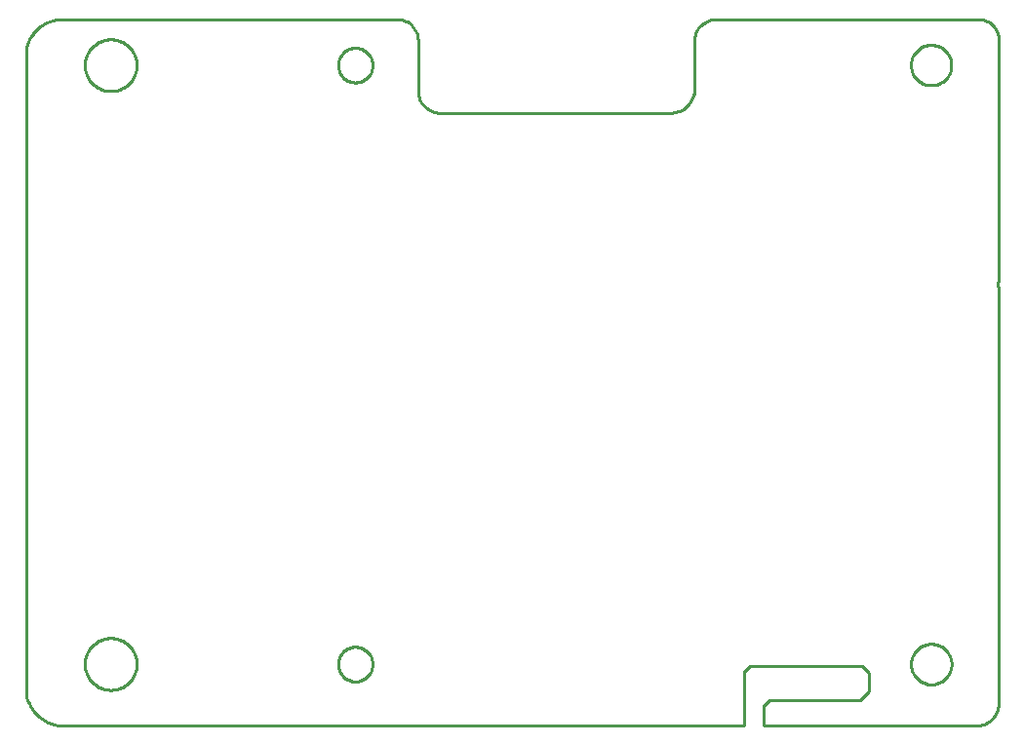
<source format=gko>
G04 EAGLE Gerber RS-274X export*
G75*
%MOMM*%
%FSLAX34Y34*%
%LPD*%
%INBoard Outline*%
%IPPOS*%
%AMOC8*
5,1,8,0,0,1.08239X$1,22.5*%
G01*
%ADD10C,0.000000*%
%ADD11C,0.152400*%
%ADD12C,0.254000*%


D10*
X138790Y659892D02*
X138797Y660444D01*
X138817Y660996D01*
X138851Y661547D01*
X138898Y662097D01*
X138959Y662646D01*
X139034Y663193D01*
X139121Y663739D01*
X139222Y664282D01*
X139337Y664822D01*
X139464Y665359D01*
X139605Y665893D01*
X139759Y666423D01*
X139926Y666950D01*
X140105Y667472D01*
X140298Y667990D01*
X140503Y668502D01*
X140720Y669010D01*
X140950Y669512D01*
X141192Y670008D01*
X141447Y670498D01*
X141713Y670982D01*
X141991Y671459D01*
X142281Y671929D01*
X142582Y672392D01*
X142894Y672848D01*
X143218Y673295D01*
X143552Y673735D01*
X143897Y674166D01*
X144253Y674588D01*
X144619Y675002D01*
X144994Y675407D01*
X145380Y675802D01*
X145775Y676188D01*
X146180Y676563D01*
X146594Y676929D01*
X147016Y677285D01*
X147447Y677630D01*
X147887Y677964D01*
X148334Y678288D01*
X148790Y678600D01*
X149253Y678901D01*
X149723Y679191D01*
X150200Y679469D01*
X150684Y679735D01*
X151174Y679990D01*
X151670Y680232D01*
X152172Y680462D01*
X152680Y680679D01*
X153192Y680884D01*
X153710Y681077D01*
X154232Y681256D01*
X154759Y681423D01*
X155289Y681577D01*
X155823Y681718D01*
X156360Y681845D01*
X156900Y681960D01*
X157443Y682061D01*
X157989Y682148D01*
X158536Y682223D01*
X159085Y682284D01*
X159635Y682331D01*
X160186Y682365D01*
X160738Y682385D01*
X161290Y682392D01*
X161842Y682385D01*
X162394Y682365D01*
X162945Y682331D01*
X163495Y682284D01*
X164044Y682223D01*
X164591Y682148D01*
X165137Y682061D01*
X165680Y681960D01*
X166220Y681845D01*
X166757Y681718D01*
X167291Y681577D01*
X167821Y681423D01*
X168348Y681256D01*
X168870Y681077D01*
X169388Y680884D01*
X169900Y680679D01*
X170408Y680462D01*
X170910Y680232D01*
X171406Y679990D01*
X171896Y679735D01*
X172380Y679469D01*
X172857Y679191D01*
X173327Y678901D01*
X173790Y678600D01*
X174246Y678288D01*
X174693Y677964D01*
X175133Y677630D01*
X175564Y677285D01*
X175986Y676929D01*
X176400Y676563D01*
X176805Y676188D01*
X177200Y675802D01*
X177586Y675407D01*
X177961Y675002D01*
X178327Y674588D01*
X178683Y674166D01*
X179028Y673735D01*
X179362Y673295D01*
X179686Y672848D01*
X179998Y672392D01*
X180299Y671929D01*
X180589Y671459D01*
X180867Y670982D01*
X181133Y670498D01*
X181388Y670008D01*
X181630Y669512D01*
X181860Y669010D01*
X182077Y668502D01*
X182282Y667990D01*
X182475Y667472D01*
X182654Y666950D01*
X182821Y666423D01*
X182975Y665893D01*
X183116Y665359D01*
X183243Y664822D01*
X183358Y664282D01*
X183459Y663739D01*
X183546Y663193D01*
X183621Y662646D01*
X183682Y662097D01*
X183729Y661547D01*
X183763Y660996D01*
X183783Y660444D01*
X183790Y659892D01*
X183783Y659340D01*
X183763Y658788D01*
X183729Y658237D01*
X183682Y657687D01*
X183621Y657138D01*
X183546Y656591D01*
X183459Y656045D01*
X183358Y655502D01*
X183243Y654962D01*
X183116Y654425D01*
X182975Y653891D01*
X182821Y653361D01*
X182654Y652834D01*
X182475Y652312D01*
X182282Y651794D01*
X182077Y651282D01*
X181860Y650774D01*
X181630Y650272D01*
X181388Y649776D01*
X181133Y649286D01*
X180867Y648802D01*
X180589Y648325D01*
X180299Y647855D01*
X179998Y647392D01*
X179686Y646936D01*
X179362Y646489D01*
X179028Y646049D01*
X178683Y645618D01*
X178327Y645196D01*
X177961Y644782D01*
X177586Y644377D01*
X177200Y643982D01*
X176805Y643596D01*
X176400Y643221D01*
X175986Y642855D01*
X175564Y642499D01*
X175133Y642154D01*
X174693Y641820D01*
X174246Y641496D01*
X173790Y641184D01*
X173327Y640883D01*
X172857Y640593D01*
X172380Y640315D01*
X171896Y640049D01*
X171406Y639794D01*
X170910Y639552D01*
X170408Y639322D01*
X169900Y639105D01*
X169388Y638900D01*
X168870Y638707D01*
X168348Y638528D01*
X167821Y638361D01*
X167291Y638207D01*
X166757Y638066D01*
X166220Y637939D01*
X165680Y637824D01*
X165137Y637723D01*
X164591Y637636D01*
X164044Y637561D01*
X163495Y637500D01*
X162945Y637453D01*
X162394Y637419D01*
X161842Y637399D01*
X161290Y637392D01*
X160738Y637399D01*
X160186Y637419D01*
X159635Y637453D01*
X159085Y637500D01*
X158536Y637561D01*
X157989Y637636D01*
X157443Y637723D01*
X156900Y637824D01*
X156360Y637939D01*
X155823Y638066D01*
X155289Y638207D01*
X154759Y638361D01*
X154232Y638528D01*
X153710Y638707D01*
X153192Y638900D01*
X152680Y639105D01*
X152172Y639322D01*
X151670Y639552D01*
X151174Y639794D01*
X150684Y640049D01*
X150200Y640315D01*
X149723Y640593D01*
X149253Y640883D01*
X148790Y641184D01*
X148334Y641496D01*
X147887Y641820D01*
X147447Y642154D01*
X147016Y642499D01*
X146594Y642855D01*
X146180Y643221D01*
X145775Y643596D01*
X145380Y643982D01*
X144994Y644377D01*
X144619Y644782D01*
X144253Y645196D01*
X143897Y645618D01*
X143552Y646049D01*
X143218Y646489D01*
X142894Y646936D01*
X142582Y647392D01*
X142281Y647855D01*
X141991Y648325D01*
X141713Y648802D01*
X141447Y649286D01*
X141192Y649776D01*
X140950Y650272D01*
X140720Y650774D01*
X140503Y651282D01*
X140298Y651794D01*
X140105Y652312D01*
X139926Y652834D01*
X139759Y653361D01*
X139605Y653891D01*
X139464Y654425D01*
X139337Y654962D01*
X139222Y655502D01*
X139121Y656045D01*
X139034Y656591D01*
X138959Y657138D01*
X138898Y657687D01*
X138851Y658237D01*
X138817Y658788D01*
X138797Y659340D01*
X138790Y659892D01*
X138790Y139954D02*
X138797Y140506D01*
X138817Y141058D01*
X138851Y141609D01*
X138898Y142159D01*
X138959Y142708D01*
X139034Y143255D01*
X139121Y143801D01*
X139222Y144344D01*
X139337Y144884D01*
X139464Y145421D01*
X139605Y145955D01*
X139759Y146485D01*
X139926Y147012D01*
X140105Y147534D01*
X140298Y148052D01*
X140503Y148564D01*
X140720Y149072D01*
X140950Y149574D01*
X141192Y150070D01*
X141447Y150560D01*
X141713Y151044D01*
X141991Y151521D01*
X142281Y151991D01*
X142582Y152454D01*
X142894Y152910D01*
X143218Y153357D01*
X143552Y153797D01*
X143897Y154228D01*
X144253Y154650D01*
X144619Y155064D01*
X144994Y155469D01*
X145380Y155864D01*
X145775Y156250D01*
X146180Y156625D01*
X146594Y156991D01*
X147016Y157347D01*
X147447Y157692D01*
X147887Y158026D01*
X148334Y158350D01*
X148790Y158662D01*
X149253Y158963D01*
X149723Y159253D01*
X150200Y159531D01*
X150684Y159797D01*
X151174Y160052D01*
X151670Y160294D01*
X152172Y160524D01*
X152680Y160741D01*
X153192Y160946D01*
X153710Y161139D01*
X154232Y161318D01*
X154759Y161485D01*
X155289Y161639D01*
X155823Y161780D01*
X156360Y161907D01*
X156900Y162022D01*
X157443Y162123D01*
X157989Y162210D01*
X158536Y162285D01*
X159085Y162346D01*
X159635Y162393D01*
X160186Y162427D01*
X160738Y162447D01*
X161290Y162454D01*
X161842Y162447D01*
X162394Y162427D01*
X162945Y162393D01*
X163495Y162346D01*
X164044Y162285D01*
X164591Y162210D01*
X165137Y162123D01*
X165680Y162022D01*
X166220Y161907D01*
X166757Y161780D01*
X167291Y161639D01*
X167821Y161485D01*
X168348Y161318D01*
X168870Y161139D01*
X169388Y160946D01*
X169900Y160741D01*
X170408Y160524D01*
X170910Y160294D01*
X171406Y160052D01*
X171896Y159797D01*
X172380Y159531D01*
X172857Y159253D01*
X173327Y158963D01*
X173790Y158662D01*
X174246Y158350D01*
X174693Y158026D01*
X175133Y157692D01*
X175564Y157347D01*
X175986Y156991D01*
X176400Y156625D01*
X176805Y156250D01*
X177200Y155864D01*
X177586Y155469D01*
X177961Y155064D01*
X178327Y154650D01*
X178683Y154228D01*
X179028Y153797D01*
X179362Y153357D01*
X179686Y152910D01*
X179998Y152454D01*
X180299Y151991D01*
X180589Y151521D01*
X180867Y151044D01*
X181133Y150560D01*
X181388Y150070D01*
X181630Y149574D01*
X181860Y149072D01*
X182077Y148564D01*
X182282Y148052D01*
X182475Y147534D01*
X182654Y147012D01*
X182821Y146485D01*
X182975Y145955D01*
X183116Y145421D01*
X183243Y144884D01*
X183358Y144344D01*
X183459Y143801D01*
X183546Y143255D01*
X183621Y142708D01*
X183682Y142159D01*
X183729Y141609D01*
X183763Y141058D01*
X183783Y140506D01*
X183790Y139954D01*
X183783Y139402D01*
X183763Y138850D01*
X183729Y138299D01*
X183682Y137749D01*
X183621Y137200D01*
X183546Y136653D01*
X183459Y136107D01*
X183358Y135564D01*
X183243Y135024D01*
X183116Y134487D01*
X182975Y133953D01*
X182821Y133423D01*
X182654Y132896D01*
X182475Y132374D01*
X182282Y131856D01*
X182077Y131344D01*
X181860Y130836D01*
X181630Y130334D01*
X181388Y129838D01*
X181133Y129348D01*
X180867Y128864D01*
X180589Y128387D01*
X180299Y127917D01*
X179998Y127454D01*
X179686Y126998D01*
X179362Y126551D01*
X179028Y126111D01*
X178683Y125680D01*
X178327Y125258D01*
X177961Y124844D01*
X177586Y124439D01*
X177200Y124044D01*
X176805Y123658D01*
X176400Y123283D01*
X175986Y122917D01*
X175564Y122561D01*
X175133Y122216D01*
X174693Y121882D01*
X174246Y121558D01*
X173790Y121246D01*
X173327Y120945D01*
X172857Y120655D01*
X172380Y120377D01*
X171896Y120111D01*
X171406Y119856D01*
X170910Y119614D01*
X170408Y119384D01*
X169900Y119167D01*
X169388Y118962D01*
X168870Y118769D01*
X168348Y118590D01*
X167821Y118423D01*
X167291Y118269D01*
X166757Y118128D01*
X166220Y118001D01*
X165680Y117886D01*
X165137Y117785D01*
X164591Y117698D01*
X164044Y117623D01*
X163495Y117562D01*
X162945Y117515D01*
X162394Y117481D01*
X161842Y117461D01*
X161290Y117454D01*
X160738Y117461D01*
X160186Y117481D01*
X159635Y117515D01*
X159085Y117562D01*
X158536Y117623D01*
X157989Y117698D01*
X157443Y117785D01*
X156900Y117886D01*
X156360Y118001D01*
X155823Y118128D01*
X155289Y118269D01*
X154759Y118423D01*
X154232Y118590D01*
X153710Y118769D01*
X153192Y118962D01*
X152680Y119167D01*
X152172Y119384D01*
X151670Y119614D01*
X151174Y119856D01*
X150684Y120111D01*
X150200Y120377D01*
X149723Y120655D01*
X149253Y120945D01*
X148790Y121246D01*
X148334Y121558D01*
X147887Y121882D01*
X147447Y122216D01*
X147016Y122561D01*
X146594Y122917D01*
X146180Y123283D01*
X145775Y123658D01*
X145380Y124044D01*
X144994Y124439D01*
X144619Y124844D01*
X144253Y125258D01*
X143897Y125680D01*
X143552Y126111D01*
X143218Y126551D01*
X142894Y126998D01*
X142582Y127454D01*
X142281Y127917D01*
X141991Y128387D01*
X141713Y128864D01*
X141447Y129348D01*
X141192Y129838D01*
X140950Y130334D01*
X140720Y130836D01*
X140503Y131344D01*
X140298Y131856D01*
X140105Y132374D01*
X139926Y132896D01*
X139759Y133423D01*
X139605Y133953D01*
X139464Y134487D01*
X139337Y135024D01*
X139222Y135564D01*
X139121Y136107D01*
X139034Y136653D01*
X138959Y137200D01*
X138898Y137749D01*
X138851Y138299D01*
X138817Y138850D01*
X138797Y139402D01*
X138790Y139954D01*
X856086Y139827D02*
X856091Y140258D01*
X856107Y140688D01*
X856134Y141118D01*
X856170Y141547D01*
X856218Y141975D01*
X856276Y142402D01*
X856344Y142827D01*
X856423Y143250D01*
X856512Y143672D01*
X856612Y144091D01*
X856722Y144507D01*
X856842Y144921D01*
X856972Y145331D01*
X857112Y145738D01*
X857262Y146142D01*
X857422Y146542D01*
X857591Y146938D01*
X857771Y147329D01*
X857960Y147716D01*
X858158Y148099D01*
X858366Y148476D01*
X858582Y148848D01*
X858808Y149215D01*
X859043Y149576D01*
X859287Y149931D01*
X859539Y150280D01*
X859800Y150622D01*
X860069Y150959D01*
X860346Y151288D01*
X860632Y151611D01*
X860925Y151926D01*
X861225Y152235D01*
X861534Y152535D01*
X861849Y152828D01*
X862172Y153114D01*
X862501Y153391D01*
X862838Y153660D01*
X863180Y153921D01*
X863529Y154173D01*
X863884Y154417D01*
X864245Y154652D01*
X864612Y154878D01*
X864984Y155094D01*
X865361Y155302D01*
X865744Y155500D01*
X866131Y155689D01*
X866522Y155869D01*
X866918Y156038D01*
X867318Y156198D01*
X867722Y156348D01*
X868129Y156488D01*
X868539Y156618D01*
X868953Y156738D01*
X869369Y156848D01*
X869788Y156948D01*
X870210Y157037D01*
X870633Y157116D01*
X871058Y157184D01*
X871485Y157242D01*
X871913Y157290D01*
X872342Y157326D01*
X872772Y157353D01*
X873202Y157369D01*
X873633Y157374D01*
X874064Y157369D01*
X874494Y157353D01*
X874924Y157326D01*
X875353Y157290D01*
X875781Y157242D01*
X876208Y157184D01*
X876633Y157116D01*
X877056Y157037D01*
X877478Y156948D01*
X877897Y156848D01*
X878313Y156738D01*
X878727Y156618D01*
X879137Y156488D01*
X879544Y156348D01*
X879948Y156198D01*
X880348Y156038D01*
X880744Y155869D01*
X881135Y155689D01*
X881522Y155500D01*
X881905Y155302D01*
X882282Y155094D01*
X882654Y154878D01*
X883021Y154652D01*
X883382Y154417D01*
X883737Y154173D01*
X884086Y153921D01*
X884428Y153660D01*
X884765Y153391D01*
X885094Y153114D01*
X885417Y152828D01*
X885732Y152535D01*
X886041Y152235D01*
X886341Y151926D01*
X886634Y151611D01*
X886920Y151288D01*
X887197Y150959D01*
X887466Y150622D01*
X887727Y150280D01*
X887979Y149931D01*
X888223Y149576D01*
X888458Y149215D01*
X888684Y148848D01*
X888900Y148476D01*
X889108Y148099D01*
X889306Y147716D01*
X889495Y147329D01*
X889675Y146938D01*
X889844Y146542D01*
X890004Y146142D01*
X890154Y145738D01*
X890294Y145331D01*
X890424Y144921D01*
X890544Y144507D01*
X890654Y144091D01*
X890754Y143672D01*
X890843Y143250D01*
X890922Y142827D01*
X890990Y142402D01*
X891048Y141975D01*
X891096Y141547D01*
X891132Y141118D01*
X891159Y140688D01*
X891175Y140258D01*
X891180Y139827D01*
X891175Y139396D01*
X891159Y138966D01*
X891132Y138536D01*
X891096Y138107D01*
X891048Y137679D01*
X890990Y137252D01*
X890922Y136827D01*
X890843Y136404D01*
X890754Y135982D01*
X890654Y135563D01*
X890544Y135147D01*
X890424Y134733D01*
X890294Y134323D01*
X890154Y133916D01*
X890004Y133512D01*
X889844Y133112D01*
X889675Y132716D01*
X889495Y132325D01*
X889306Y131938D01*
X889108Y131555D01*
X888900Y131178D01*
X888684Y130806D01*
X888458Y130439D01*
X888223Y130078D01*
X887979Y129723D01*
X887727Y129374D01*
X887466Y129032D01*
X887197Y128695D01*
X886920Y128366D01*
X886634Y128043D01*
X886341Y127728D01*
X886041Y127419D01*
X885732Y127119D01*
X885417Y126826D01*
X885094Y126540D01*
X884765Y126263D01*
X884428Y125994D01*
X884086Y125733D01*
X883737Y125481D01*
X883382Y125237D01*
X883021Y125002D01*
X882654Y124776D01*
X882282Y124560D01*
X881905Y124352D01*
X881522Y124154D01*
X881135Y123965D01*
X880744Y123785D01*
X880348Y123616D01*
X879948Y123456D01*
X879544Y123306D01*
X879137Y123166D01*
X878727Y123036D01*
X878313Y122916D01*
X877897Y122806D01*
X877478Y122706D01*
X877056Y122617D01*
X876633Y122538D01*
X876208Y122470D01*
X875781Y122412D01*
X875353Y122364D01*
X874924Y122328D01*
X874494Y122301D01*
X874064Y122285D01*
X873633Y122280D01*
X873202Y122285D01*
X872772Y122301D01*
X872342Y122328D01*
X871913Y122364D01*
X871485Y122412D01*
X871058Y122470D01*
X870633Y122538D01*
X870210Y122617D01*
X869788Y122706D01*
X869369Y122806D01*
X868953Y122916D01*
X868539Y123036D01*
X868129Y123166D01*
X867722Y123306D01*
X867318Y123456D01*
X866918Y123616D01*
X866522Y123785D01*
X866131Y123965D01*
X865744Y124154D01*
X865361Y124352D01*
X864984Y124560D01*
X864612Y124776D01*
X864245Y125002D01*
X863884Y125237D01*
X863529Y125481D01*
X863180Y125733D01*
X862838Y125994D01*
X862501Y126263D01*
X862172Y126540D01*
X861849Y126826D01*
X861534Y127119D01*
X861225Y127419D01*
X860925Y127728D01*
X860632Y128043D01*
X860346Y128366D01*
X860069Y128695D01*
X859800Y129032D01*
X859539Y129374D01*
X859287Y129723D01*
X859043Y130078D01*
X858808Y130439D01*
X858582Y130806D01*
X858366Y131178D01*
X858158Y131555D01*
X857960Y131938D01*
X857771Y132325D01*
X857591Y132716D01*
X857422Y133112D01*
X857262Y133512D01*
X857112Y133916D01*
X856972Y134323D01*
X856842Y134733D01*
X856722Y135147D01*
X856612Y135563D01*
X856512Y135982D01*
X856423Y136404D01*
X856344Y136827D01*
X856276Y137252D01*
X856218Y137679D01*
X856170Y138107D01*
X856134Y138536D01*
X856107Y138966D01*
X856091Y139396D01*
X856086Y139827D01*
X855959Y659943D02*
X855964Y660374D01*
X855980Y660804D01*
X856007Y661234D01*
X856043Y661663D01*
X856091Y662091D01*
X856149Y662518D01*
X856217Y662943D01*
X856296Y663366D01*
X856385Y663788D01*
X856485Y664207D01*
X856595Y664623D01*
X856715Y665037D01*
X856845Y665447D01*
X856985Y665854D01*
X857135Y666258D01*
X857295Y666658D01*
X857464Y667054D01*
X857644Y667445D01*
X857833Y667832D01*
X858031Y668215D01*
X858239Y668592D01*
X858455Y668964D01*
X858681Y669331D01*
X858916Y669692D01*
X859160Y670047D01*
X859412Y670396D01*
X859673Y670738D01*
X859942Y671075D01*
X860219Y671404D01*
X860505Y671727D01*
X860798Y672042D01*
X861098Y672351D01*
X861407Y672651D01*
X861722Y672944D01*
X862045Y673230D01*
X862374Y673507D01*
X862711Y673776D01*
X863053Y674037D01*
X863402Y674289D01*
X863757Y674533D01*
X864118Y674768D01*
X864485Y674994D01*
X864857Y675210D01*
X865234Y675418D01*
X865617Y675616D01*
X866004Y675805D01*
X866395Y675985D01*
X866791Y676154D01*
X867191Y676314D01*
X867595Y676464D01*
X868002Y676604D01*
X868412Y676734D01*
X868826Y676854D01*
X869242Y676964D01*
X869661Y677064D01*
X870083Y677153D01*
X870506Y677232D01*
X870931Y677300D01*
X871358Y677358D01*
X871786Y677406D01*
X872215Y677442D01*
X872645Y677469D01*
X873075Y677485D01*
X873506Y677490D01*
X873937Y677485D01*
X874367Y677469D01*
X874797Y677442D01*
X875226Y677406D01*
X875654Y677358D01*
X876081Y677300D01*
X876506Y677232D01*
X876929Y677153D01*
X877351Y677064D01*
X877770Y676964D01*
X878186Y676854D01*
X878600Y676734D01*
X879010Y676604D01*
X879417Y676464D01*
X879821Y676314D01*
X880221Y676154D01*
X880617Y675985D01*
X881008Y675805D01*
X881395Y675616D01*
X881778Y675418D01*
X882155Y675210D01*
X882527Y674994D01*
X882894Y674768D01*
X883255Y674533D01*
X883610Y674289D01*
X883959Y674037D01*
X884301Y673776D01*
X884638Y673507D01*
X884967Y673230D01*
X885290Y672944D01*
X885605Y672651D01*
X885914Y672351D01*
X886214Y672042D01*
X886507Y671727D01*
X886793Y671404D01*
X887070Y671075D01*
X887339Y670738D01*
X887600Y670396D01*
X887852Y670047D01*
X888096Y669692D01*
X888331Y669331D01*
X888557Y668964D01*
X888773Y668592D01*
X888981Y668215D01*
X889179Y667832D01*
X889368Y667445D01*
X889548Y667054D01*
X889717Y666658D01*
X889877Y666258D01*
X890027Y665854D01*
X890167Y665447D01*
X890297Y665037D01*
X890417Y664623D01*
X890527Y664207D01*
X890627Y663788D01*
X890716Y663366D01*
X890795Y662943D01*
X890863Y662518D01*
X890921Y662091D01*
X890969Y661663D01*
X891005Y661234D01*
X891032Y660804D01*
X891048Y660374D01*
X891053Y659943D01*
X891048Y659512D01*
X891032Y659082D01*
X891005Y658652D01*
X890969Y658223D01*
X890921Y657795D01*
X890863Y657368D01*
X890795Y656943D01*
X890716Y656520D01*
X890627Y656098D01*
X890527Y655679D01*
X890417Y655263D01*
X890297Y654849D01*
X890167Y654439D01*
X890027Y654032D01*
X889877Y653628D01*
X889717Y653228D01*
X889548Y652832D01*
X889368Y652441D01*
X889179Y652054D01*
X888981Y651671D01*
X888773Y651294D01*
X888557Y650922D01*
X888331Y650555D01*
X888096Y650194D01*
X887852Y649839D01*
X887600Y649490D01*
X887339Y649148D01*
X887070Y648811D01*
X886793Y648482D01*
X886507Y648159D01*
X886214Y647844D01*
X885914Y647535D01*
X885605Y647235D01*
X885290Y646942D01*
X884967Y646656D01*
X884638Y646379D01*
X884301Y646110D01*
X883959Y645849D01*
X883610Y645597D01*
X883255Y645353D01*
X882894Y645118D01*
X882527Y644892D01*
X882155Y644676D01*
X881778Y644468D01*
X881395Y644270D01*
X881008Y644081D01*
X880617Y643901D01*
X880221Y643732D01*
X879821Y643572D01*
X879417Y643422D01*
X879010Y643282D01*
X878600Y643152D01*
X878186Y643032D01*
X877770Y642922D01*
X877351Y642822D01*
X876929Y642733D01*
X876506Y642654D01*
X876081Y642586D01*
X875654Y642528D01*
X875226Y642480D01*
X874797Y642444D01*
X874367Y642417D01*
X873937Y642401D01*
X873506Y642396D01*
X873075Y642401D01*
X872645Y642417D01*
X872215Y642444D01*
X871786Y642480D01*
X871358Y642528D01*
X870931Y642586D01*
X870506Y642654D01*
X870083Y642733D01*
X869661Y642822D01*
X869242Y642922D01*
X868826Y643032D01*
X868412Y643152D01*
X868002Y643282D01*
X867595Y643422D01*
X867191Y643572D01*
X866791Y643732D01*
X866395Y643901D01*
X866004Y644081D01*
X865617Y644270D01*
X865234Y644468D01*
X864857Y644676D01*
X864485Y644892D01*
X864118Y645118D01*
X863757Y645353D01*
X863402Y645597D01*
X863053Y645849D01*
X862711Y646110D01*
X862374Y646379D01*
X862045Y646656D01*
X861722Y646942D01*
X861407Y647235D01*
X861098Y647535D01*
X860798Y647844D01*
X860505Y648159D01*
X860219Y648482D01*
X859942Y648811D01*
X859673Y649148D01*
X859412Y649490D01*
X859160Y649839D01*
X858916Y650194D01*
X858681Y650555D01*
X858455Y650922D01*
X858239Y651294D01*
X858031Y651671D01*
X857833Y652054D01*
X857644Y652441D01*
X857464Y652832D01*
X857295Y653228D01*
X857135Y653628D01*
X856985Y654032D01*
X856845Y654439D01*
X856715Y654849D01*
X856595Y655263D01*
X856485Y655679D01*
X856385Y656098D01*
X856296Y656520D01*
X856217Y656943D01*
X856149Y657368D01*
X856091Y657795D01*
X856043Y658223D01*
X856007Y658652D01*
X855980Y659082D01*
X855964Y659512D01*
X855959Y659943D01*
X358634Y659892D02*
X358639Y660260D01*
X358652Y660628D01*
X358675Y660995D01*
X358706Y661362D01*
X358747Y661728D01*
X358796Y662093D01*
X358855Y662456D01*
X358922Y662818D01*
X358998Y663179D01*
X359084Y663537D01*
X359177Y663893D01*
X359280Y664246D01*
X359391Y664597D01*
X359511Y664945D01*
X359639Y665290D01*
X359776Y665632D01*
X359921Y665971D01*
X360074Y666305D01*
X360236Y666636D01*
X360405Y666963D01*
X360583Y667285D01*
X360768Y667604D01*
X360961Y667917D01*
X361162Y668226D01*
X361370Y668529D01*
X361586Y668827D01*
X361809Y669120D01*
X362039Y669408D01*
X362276Y669690D01*
X362520Y669965D01*
X362770Y670235D01*
X363027Y670499D01*
X363291Y670756D01*
X363561Y671006D01*
X363836Y671250D01*
X364118Y671487D01*
X364406Y671717D01*
X364699Y671940D01*
X364997Y672156D01*
X365300Y672364D01*
X365609Y672565D01*
X365922Y672758D01*
X366241Y672943D01*
X366563Y673121D01*
X366890Y673290D01*
X367221Y673452D01*
X367555Y673605D01*
X367894Y673750D01*
X368236Y673887D01*
X368581Y674015D01*
X368929Y674135D01*
X369280Y674246D01*
X369633Y674349D01*
X369989Y674442D01*
X370347Y674528D01*
X370708Y674604D01*
X371070Y674671D01*
X371433Y674730D01*
X371798Y674779D01*
X372164Y674820D01*
X372531Y674851D01*
X372898Y674874D01*
X373266Y674887D01*
X373634Y674892D01*
X374002Y674887D01*
X374370Y674874D01*
X374737Y674851D01*
X375104Y674820D01*
X375470Y674779D01*
X375835Y674730D01*
X376198Y674671D01*
X376560Y674604D01*
X376921Y674528D01*
X377279Y674442D01*
X377635Y674349D01*
X377988Y674246D01*
X378339Y674135D01*
X378687Y674015D01*
X379032Y673887D01*
X379374Y673750D01*
X379713Y673605D01*
X380047Y673452D01*
X380378Y673290D01*
X380705Y673121D01*
X381027Y672943D01*
X381346Y672758D01*
X381659Y672565D01*
X381968Y672364D01*
X382271Y672156D01*
X382569Y671940D01*
X382862Y671717D01*
X383150Y671487D01*
X383432Y671250D01*
X383707Y671006D01*
X383977Y670756D01*
X384241Y670499D01*
X384498Y670235D01*
X384748Y669965D01*
X384992Y669690D01*
X385229Y669408D01*
X385459Y669120D01*
X385682Y668827D01*
X385898Y668529D01*
X386106Y668226D01*
X386307Y667917D01*
X386500Y667604D01*
X386685Y667285D01*
X386863Y666963D01*
X387032Y666636D01*
X387194Y666305D01*
X387347Y665971D01*
X387492Y665632D01*
X387629Y665290D01*
X387757Y664945D01*
X387877Y664597D01*
X387988Y664246D01*
X388091Y663893D01*
X388184Y663537D01*
X388270Y663179D01*
X388346Y662818D01*
X388413Y662456D01*
X388472Y662093D01*
X388521Y661728D01*
X388562Y661362D01*
X388593Y660995D01*
X388616Y660628D01*
X388629Y660260D01*
X388634Y659892D01*
X388629Y659524D01*
X388616Y659156D01*
X388593Y658789D01*
X388562Y658422D01*
X388521Y658056D01*
X388472Y657691D01*
X388413Y657328D01*
X388346Y656966D01*
X388270Y656605D01*
X388184Y656247D01*
X388091Y655891D01*
X387988Y655538D01*
X387877Y655187D01*
X387757Y654839D01*
X387629Y654494D01*
X387492Y654152D01*
X387347Y653813D01*
X387194Y653479D01*
X387032Y653148D01*
X386863Y652821D01*
X386685Y652499D01*
X386500Y652180D01*
X386307Y651867D01*
X386106Y651558D01*
X385898Y651255D01*
X385682Y650957D01*
X385459Y650664D01*
X385229Y650376D01*
X384992Y650094D01*
X384748Y649819D01*
X384498Y649549D01*
X384241Y649285D01*
X383977Y649028D01*
X383707Y648778D01*
X383432Y648534D01*
X383150Y648297D01*
X382862Y648067D01*
X382569Y647844D01*
X382271Y647628D01*
X381968Y647420D01*
X381659Y647219D01*
X381346Y647026D01*
X381027Y646841D01*
X380705Y646663D01*
X380378Y646494D01*
X380047Y646332D01*
X379713Y646179D01*
X379374Y646034D01*
X379032Y645897D01*
X378687Y645769D01*
X378339Y645649D01*
X377988Y645538D01*
X377635Y645435D01*
X377279Y645342D01*
X376921Y645256D01*
X376560Y645180D01*
X376198Y645113D01*
X375835Y645054D01*
X375470Y645005D01*
X375104Y644964D01*
X374737Y644933D01*
X374370Y644910D01*
X374002Y644897D01*
X373634Y644892D01*
X373266Y644897D01*
X372898Y644910D01*
X372531Y644933D01*
X372164Y644964D01*
X371798Y645005D01*
X371433Y645054D01*
X371070Y645113D01*
X370708Y645180D01*
X370347Y645256D01*
X369989Y645342D01*
X369633Y645435D01*
X369280Y645538D01*
X368929Y645649D01*
X368581Y645769D01*
X368236Y645897D01*
X367894Y646034D01*
X367555Y646179D01*
X367221Y646332D01*
X366890Y646494D01*
X366563Y646663D01*
X366241Y646841D01*
X365922Y647026D01*
X365609Y647219D01*
X365300Y647420D01*
X364997Y647628D01*
X364699Y647844D01*
X364406Y648067D01*
X364118Y648297D01*
X363836Y648534D01*
X363561Y648778D01*
X363291Y649028D01*
X363027Y649285D01*
X362770Y649549D01*
X362520Y649819D01*
X362276Y650094D01*
X362039Y650376D01*
X361809Y650664D01*
X361586Y650957D01*
X361370Y651255D01*
X361162Y651558D01*
X360961Y651867D01*
X360768Y652180D01*
X360583Y652499D01*
X360405Y652821D01*
X360236Y653148D01*
X360074Y653479D01*
X359921Y653813D01*
X359776Y654152D01*
X359639Y654494D01*
X359511Y654839D01*
X359391Y655187D01*
X359280Y655538D01*
X359177Y655891D01*
X359084Y656247D01*
X358998Y656605D01*
X358922Y656966D01*
X358855Y657328D01*
X358796Y657691D01*
X358747Y658056D01*
X358706Y658422D01*
X358675Y658789D01*
X358652Y659156D01*
X358639Y659524D01*
X358634Y659892D01*
X358634Y139827D02*
X358639Y140195D01*
X358652Y140563D01*
X358675Y140930D01*
X358706Y141297D01*
X358747Y141663D01*
X358796Y142028D01*
X358855Y142391D01*
X358922Y142753D01*
X358998Y143114D01*
X359084Y143472D01*
X359177Y143828D01*
X359280Y144181D01*
X359391Y144532D01*
X359511Y144880D01*
X359639Y145225D01*
X359776Y145567D01*
X359921Y145906D01*
X360074Y146240D01*
X360236Y146571D01*
X360405Y146898D01*
X360583Y147220D01*
X360768Y147539D01*
X360961Y147852D01*
X361162Y148161D01*
X361370Y148464D01*
X361586Y148762D01*
X361809Y149055D01*
X362039Y149343D01*
X362276Y149625D01*
X362520Y149900D01*
X362770Y150170D01*
X363027Y150434D01*
X363291Y150691D01*
X363561Y150941D01*
X363836Y151185D01*
X364118Y151422D01*
X364406Y151652D01*
X364699Y151875D01*
X364997Y152091D01*
X365300Y152299D01*
X365609Y152500D01*
X365922Y152693D01*
X366241Y152878D01*
X366563Y153056D01*
X366890Y153225D01*
X367221Y153387D01*
X367555Y153540D01*
X367894Y153685D01*
X368236Y153822D01*
X368581Y153950D01*
X368929Y154070D01*
X369280Y154181D01*
X369633Y154284D01*
X369989Y154377D01*
X370347Y154463D01*
X370708Y154539D01*
X371070Y154606D01*
X371433Y154665D01*
X371798Y154714D01*
X372164Y154755D01*
X372531Y154786D01*
X372898Y154809D01*
X373266Y154822D01*
X373634Y154827D01*
X374002Y154822D01*
X374370Y154809D01*
X374737Y154786D01*
X375104Y154755D01*
X375470Y154714D01*
X375835Y154665D01*
X376198Y154606D01*
X376560Y154539D01*
X376921Y154463D01*
X377279Y154377D01*
X377635Y154284D01*
X377988Y154181D01*
X378339Y154070D01*
X378687Y153950D01*
X379032Y153822D01*
X379374Y153685D01*
X379713Y153540D01*
X380047Y153387D01*
X380378Y153225D01*
X380705Y153056D01*
X381027Y152878D01*
X381346Y152693D01*
X381659Y152500D01*
X381968Y152299D01*
X382271Y152091D01*
X382569Y151875D01*
X382862Y151652D01*
X383150Y151422D01*
X383432Y151185D01*
X383707Y150941D01*
X383977Y150691D01*
X384241Y150434D01*
X384498Y150170D01*
X384748Y149900D01*
X384992Y149625D01*
X385229Y149343D01*
X385459Y149055D01*
X385682Y148762D01*
X385898Y148464D01*
X386106Y148161D01*
X386307Y147852D01*
X386500Y147539D01*
X386685Y147220D01*
X386863Y146898D01*
X387032Y146571D01*
X387194Y146240D01*
X387347Y145906D01*
X387492Y145567D01*
X387629Y145225D01*
X387757Y144880D01*
X387877Y144532D01*
X387988Y144181D01*
X388091Y143828D01*
X388184Y143472D01*
X388270Y143114D01*
X388346Y142753D01*
X388413Y142391D01*
X388472Y142028D01*
X388521Y141663D01*
X388562Y141297D01*
X388593Y140930D01*
X388616Y140563D01*
X388629Y140195D01*
X388634Y139827D01*
X388629Y139459D01*
X388616Y139091D01*
X388593Y138724D01*
X388562Y138357D01*
X388521Y137991D01*
X388472Y137626D01*
X388413Y137263D01*
X388346Y136901D01*
X388270Y136540D01*
X388184Y136182D01*
X388091Y135826D01*
X387988Y135473D01*
X387877Y135122D01*
X387757Y134774D01*
X387629Y134429D01*
X387492Y134087D01*
X387347Y133748D01*
X387194Y133414D01*
X387032Y133083D01*
X386863Y132756D01*
X386685Y132434D01*
X386500Y132115D01*
X386307Y131802D01*
X386106Y131493D01*
X385898Y131190D01*
X385682Y130892D01*
X385459Y130599D01*
X385229Y130311D01*
X384992Y130029D01*
X384748Y129754D01*
X384498Y129484D01*
X384241Y129220D01*
X383977Y128963D01*
X383707Y128713D01*
X383432Y128469D01*
X383150Y128232D01*
X382862Y128002D01*
X382569Y127779D01*
X382271Y127563D01*
X381968Y127355D01*
X381659Y127154D01*
X381346Y126961D01*
X381027Y126776D01*
X380705Y126598D01*
X380378Y126429D01*
X380047Y126267D01*
X379713Y126114D01*
X379374Y125969D01*
X379032Y125832D01*
X378687Y125704D01*
X378339Y125584D01*
X377988Y125473D01*
X377635Y125370D01*
X377279Y125277D01*
X376921Y125191D01*
X376560Y125115D01*
X376198Y125048D01*
X375835Y124989D01*
X375470Y124940D01*
X375104Y124899D01*
X374737Y124868D01*
X374370Y124845D01*
X374002Y124832D01*
X373634Y124827D01*
X373266Y124832D01*
X372898Y124845D01*
X372531Y124868D01*
X372164Y124899D01*
X371798Y124940D01*
X371433Y124989D01*
X371070Y125048D01*
X370708Y125115D01*
X370347Y125191D01*
X369989Y125277D01*
X369633Y125370D01*
X369280Y125473D01*
X368929Y125584D01*
X368581Y125704D01*
X368236Y125832D01*
X367894Y125969D01*
X367555Y126114D01*
X367221Y126267D01*
X366890Y126429D01*
X366563Y126598D01*
X366241Y126776D01*
X365922Y126961D01*
X365609Y127154D01*
X365300Y127355D01*
X364997Y127563D01*
X364699Y127779D01*
X364406Y128002D01*
X364118Y128232D01*
X363836Y128469D01*
X363561Y128713D01*
X363291Y128963D01*
X363027Y129220D01*
X362770Y129484D01*
X362520Y129754D01*
X362276Y130029D01*
X362039Y130311D01*
X361809Y130599D01*
X361586Y130892D01*
X361370Y131190D01*
X361162Y131493D01*
X360961Y131802D01*
X360768Y132115D01*
X360583Y132434D01*
X360405Y132756D01*
X360236Y133083D01*
X360074Y133414D01*
X359921Y133748D01*
X359776Y134087D01*
X359639Y134429D01*
X359511Y134774D01*
X359391Y135122D01*
X359280Y135473D01*
X359177Y135826D01*
X359084Y136182D01*
X358998Y136540D01*
X358922Y136901D01*
X358855Y137263D01*
X358796Y137626D01*
X358747Y137991D01*
X358706Y138357D01*
X358675Y138724D01*
X358652Y139091D01*
X358639Y139459D01*
X358634Y139827D01*
D11*
X87630Y114300D02*
X87630Y668020D01*
X87630Y669290D01*
X87630Y668020D02*
X87624Y668780D01*
X87637Y669540D01*
X87667Y670299D01*
X87717Y671057D01*
X87785Y671814D01*
X87871Y672569D01*
X87976Y673322D01*
X88099Y674072D01*
X88240Y674818D01*
X88400Y675561D01*
X88578Y676300D01*
X88773Y677034D01*
X88987Y677764D01*
X89218Y678487D01*
X89467Y679205D01*
X89733Y679917D01*
X90017Y680622D01*
X90318Y681320D01*
X90635Y682010D01*
X90970Y682693D01*
X91321Y683367D01*
X91688Y684032D01*
X92072Y684688D01*
X92471Y685334D01*
X92886Y685971D01*
X93317Y686597D01*
X93762Y687213D01*
X94223Y687817D01*
X94698Y688410D01*
X95188Y688991D01*
X95691Y689560D01*
X96208Y690117D01*
X96739Y690661D01*
X97283Y691192D01*
X97840Y691709D01*
X98409Y692212D01*
X98990Y692702D01*
X99583Y693177D01*
X100187Y693638D01*
X100803Y694083D01*
X101429Y694514D01*
X102066Y694929D01*
X102712Y695328D01*
X103368Y695712D01*
X104033Y696079D01*
X104707Y696430D01*
X105390Y696765D01*
X106080Y697082D01*
X106778Y697383D01*
X107483Y697667D01*
X108195Y697933D01*
X108913Y698182D01*
X109636Y698413D01*
X110366Y698627D01*
X111100Y698822D01*
X111839Y699000D01*
X112582Y699160D01*
X113328Y699301D01*
X114078Y699424D01*
X114831Y699529D01*
X115586Y699615D01*
X116343Y699683D01*
X117101Y699733D01*
X117860Y699763D01*
X118620Y699776D01*
X119380Y699770D01*
X410210Y699770D01*
X410651Y699757D01*
X411092Y699733D01*
X411531Y699698D01*
X411970Y699653D01*
X412408Y699597D01*
X412844Y699530D01*
X413278Y699453D01*
X413711Y699365D01*
X414141Y699266D01*
X414568Y699157D01*
X414993Y699038D01*
X415415Y698909D01*
X415833Y698769D01*
X416248Y698619D01*
X416659Y698459D01*
X417066Y698289D01*
X417469Y698109D01*
X417867Y697919D01*
X418261Y697720D01*
X418650Y697511D01*
X419033Y697293D01*
X419411Y697066D01*
X419783Y696829D01*
X420150Y696583D01*
X420510Y696329D01*
X420864Y696066D01*
X421212Y695794D01*
X421553Y695514D01*
X421887Y695226D01*
X422213Y694929D01*
X422533Y694625D01*
X422845Y694313D01*
X423149Y693993D01*
X423446Y693667D01*
X423734Y693333D01*
X424014Y692992D01*
X424286Y692644D01*
X424549Y692290D01*
X424803Y691930D01*
X425049Y691563D01*
X425286Y691191D01*
X425513Y690813D01*
X425731Y690430D01*
X425940Y690041D01*
X426139Y689647D01*
X426329Y689249D01*
X426509Y688846D01*
X426679Y688439D01*
X426839Y688028D01*
X426989Y687613D01*
X427129Y687195D01*
X427258Y686773D01*
X427377Y686348D01*
X427486Y685921D01*
X427585Y685491D01*
X427673Y685058D01*
X427750Y684624D01*
X427817Y684188D01*
X427873Y683750D01*
X427918Y683311D01*
X427953Y682872D01*
X427977Y682431D01*
X427990Y681990D01*
X427990Y637540D01*
X427990Y636270D01*
X427990Y637540D02*
X428003Y637069D01*
X428028Y636599D01*
X428064Y636130D01*
X428111Y635661D01*
X428170Y635194D01*
X428240Y634728D01*
X428321Y634264D01*
X428414Y633803D01*
X428518Y633343D01*
X428632Y632887D01*
X428758Y632433D01*
X428895Y631982D01*
X429043Y631535D01*
X429202Y631092D01*
X429371Y630653D01*
X429551Y630217D01*
X429742Y629787D01*
X429943Y629361D01*
X430154Y628940D01*
X430375Y628525D01*
X430607Y628114D01*
X430848Y627710D01*
X431099Y627312D01*
X431360Y626920D01*
X431630Y626534D01*
X431910Y626155D01*
X432198Y625783D01*
X432496Y625418D01*
X432802Y625060D01*
X433117Y624710D01*
X433440Y624368D01*
X433772Y624033D01*
X434112Y623707D01*
X434459Y623389D01*
X434814Y623080D01*
X435177Y622779D01*
X435546Y622488D01*
X435923Y622205D01*
X436306Y621932D01*
X436696Y621668D01*
X437092Y621413D01*
X437495Y621168D01*
X437903Y620934D01*
X438317Y620709D01*
X438736Y620494D01*
X439160Y620289D01*
X439589Y620095D01*
X440022Y619911D01*
X440460Y619738D01*
X440902Y619576D01*
X441348Y619424D01*
X441797Y619284D01*
X442250Y619154D01*
X442706Y619035D01*
X443164Y618927D01*
X443625Y618831D01*
X444088Y618746D01*
X444553Y618672D01*
X445020Y618609D01*
X445488Y618558D01*
X445957Y618518D01*
X446427Y618490D01*
X446898Y618473D01*
X447369Y618467D01*
X447840Y618473D01*
X448310Y618490D01*
X647700Y618490D01*
X648210Y618511D01*
X648720Y618545D01*
X649228Y618592D01*
X649736Y618651D01*
X650241Y618722D01*
X650745Y618805D01*
X651247Y618901D01*
X651746Y619009D01*
X652242Y619129D01*
X652735Y619261D01*
X653225Y619405D01*
X653711Y619561D01*
X654194Y619729D01*
X654672Y619909D01*
X655145Y620100D01*
X655614Y620302D01*
X656078Y620516D01*
X656536Y620741D01*
X656989Y620978D01*
X657436Y621225D01*
X657877Y621483D01*
X658311Y621751D01*
X658738Y622031D01*
X659159Y622320D01*
X659573Y622620D01*
X659979Y622929D01*
X660377Y623249D01*
X660768Y623578D01*
X661150Y623916D01*
X661524Y624264D01*
X661889Y624621D01*
X662246Y624986D01*
X662594Y625360D01*
X662932Y625742D01*
X663261Y626133D01*
X663581Y626531D01*
X663890Y626937D01*
X664190Y627351D01*
X664479Y627772D01*
X664759Y628199D01*
X665027Y628633D01*
X665285Y629074D01*
X665532Y629521D01*
X665769Y629974D01*
X665994Y630432D01*
X666208Y630896D01*
X666410Y631365D01*
X666601Y631838D01*
X666781Y632316D01*
X666949Y632799D01*
X667105Y633285D01*
X667249Y633775D01*
X667381Y634268D01*
X667501Y634764D01*
X667609Y635263D01*
X667705Y635765D01*
X667788Y636269D01*
X667859Y636774D01*
X667918Y637282D01*
X667965Y637790D01*
X667999Y638300D01*
X668020Y638810D01*
X668020Y681990D01*
X668021Y681990D02*
X668050Y682446D01*
X668091Y682901D01*
X668142Y683356D01*
X668205Y683808D01*
X668279Y684260D01*
X668363Y684709D01*
X668459Y685156D01*
X668565Y685601D01*
X668683Y686043D01*
X668811Y686482D01*
X668949Y686917D01*
X669098Y687349D01*
X669258Y687778D01*
X669428Y688202D01*
X669609Y688622D01*
X669799Y689038D01*
X670000Y689449D01*
X670210Y689854D01*
X670431Y690255D01*
X670661Y690650D01*
X670901Y691039D01*
X671150Y691423D01*
X671408Y691800D01*
X671676Y692171D01*
X671952Y692535D01*
X672237Y692892D01*
X672531Y693243D01*
X672833Y693586D01*
X673144Y693921D01*
X673463Y694249D01*
X673789Y694569D01*
X674123Y694881D01*
X674465Y695185D01*
X674814Y695480D01*
X675170Y695767D01*
X675533Y696045D01*
X675903Y696314D01*
X676279Y696574D01*
X676662Y696824D01*
X677050Y697066D01*
X677444Y697297D01*
X677844Y697520D01*
X678249Y697732D01*
X678659Y697934D01*
X679073Y698126D01*
X679493Y698309D01*
X679916Y698480D01*
X680344Y698642D01*
X680776Y698793D01*
X681211Y698933D01*
X681649Y699063D01*
X682090Y699182D01*
X682535Y699291D01*
X682981Y699388D01*
X683430Y699475D01*
X683881Y699550D01*
X684334Y699615D01*
X684788Y699668D01*
X685243Y699711D01*
X685699Y699742D01*
X686156Y699762D01*
X686613Y699771D01*
X687070Y699769D01*
X687070Y699770D02*
X914400Y699770D01*
X914836Y699765D01*
X915272Y699750D01*
X915708Y699723D01*
X916143Y699687D01*
X916576Y699639D01*
X917009Y699581D01*
X917440Y699512D01*
X917869Y699433D01*
X918296Y699343D01*
X918720Y699243D01*
X919142Y699133D01*
X919562Y699012D01*
X919978Y698881D01*
X920391Y698739D01*
X920800Y698588D01*
X921205Y698427D01*
X921607Y698255D01*
X922004Y698074D01*
X922396Y697884D01*
X922784Y697684D01*
X923166Y697474D01*
X923544Y697255D01*
X923916Y697027D01*
X924282Y696790D01*
X924642Y696543D01*
X924996Y696289D01*
X925344Y696025D01*
X925685Y695753D01*
X926020Y695473D01*
X926347Y695185D01*
X926668Y694888D01*
X926981Y694584D01*
X927286Y694273D01*
X927584Y693954D01*
X927874Y693628D01*
X928155Y693295D01*
X928429Y692955D01*
X928694Y692608D01*
X928950Y692255D01*
X929198Y691896D01*
X929437Y691531D01*
X929667Y691160D01*
X929888Y690783D01*
X930099Y690402D01*
X930301Y690015D01*
X930493Y689623D01*
X930676Y689227D01*
X930849Y688827D01*
X931013Y688422D01*
X931166Y688014D01*
X931309Y687601D01*
X931442Y687186D01*
X931565Y686767D01*
X931677Y686346D01*
X931779Y685921D01*
X931871Y685495D01*
X931952Y685066D01*
X932023Y684636D01*
X932083Y684203D01*
X932132Y683770D01*
X932171Y683335D01*
X932200Y682900D01*
X932217Y682464D01*
X932224Y682028D01*
X932220Y681591D01*
X932205Y681155D01*
X932180Y680720D01*
X932180Y472440D01*
X932098Y472355D01*
X932019Y472268D01*
X931943Y472179D01*
X931870Y472087D01*
X931800Y471992D01*
X931733Y471896D01*
X931670Y471797D01*
X931609Y471696D01*
X931552Y471593D01*
X931498Y471489D01*
X931448Y471382D01*
X931401Y471275D01*
X931358Y471165D01*
X931319Y471055D01*
X931283Y470943D01*
X931250Y470830D01*
X931222Y470716D01*
X931197Y470601D01*
X931176Y470485D01*
X931159Y470369D01*
X931145Y470252D01*
X931136Y470135D01*
X931130Y470018D01*
X931128Y469900D01*
X931130Y469782D01*
X931136Y469665D01*
X931145Y469548D01*
X931159Y469431D01*
X931176Y469315D01*
X931197Y469199D01*
X931222Y469084D01*
X931250Y468970D01*
X931283Y468857D01*
X931319Y468745D01*
X931358Y468635D01*
X931401Y468525D01*
X931448Y468418D01*
X931498Y468311D01*
X931552Y468207D01*
X931609Y468104D01*
X931670Y468003D01*
X931733Y467904D01*
X931800Y467808D01*
X931870Y467713D01*
X931943Y467621D01*
X932019Y467532D01*
X932098Y467445D01*
X932180Y467360D01*
X932180Y104140D01*
X932181Y104140D02*
X932119Y103653D01*
X932045Y103168D01*
X931960Y102685D01*
X931863Y102204D01*
X931754Y101725D01*
X931633Y101249D01*
X931501Y100777D01*
X931358Y100307D01*
X931203Y99842D01*
X931037Y99380D01*
X930859Y98922D01*
X930671Y98469D01*
X930471Y98021D01*
X930261Y97577D01*
X930040Y97139D01*
X929808Y96706D01*
X929566Y96280D01*
X929313Y95859D01*
X929051Y95444D01*
X928778Y95036D01*
X928495Y94635D01*
X928203Y94241D01*
X927901Y93854D01*
X927590Y93474D01*
X927269Y93103D01*
X926940Y92739D01*
X926602Y92383D01*
X926255Y92035D01*
X925900Y91697D01*
X925537Y91367D01*
X925166Y91045D01*
X924787Y90733D01*
X924401Y90431D01*
X924007Y90138D01*
X923606Y89854D01*
X923199Y89581D01*
X922785Y89317D01*
X922365Y89063D01*
X921938Y88820D01*
X921506Y88588D01*
X921069Y88366D01*
X920626Y88154D01*
X920178Y87954D01*
X919725Y87764D01*
X919268Y87586D01*
X918806Y87419D01*
X918341Y87263D01*
X917872Y87118D01*
X917399Y86985D01*
X916924Y86864D01*
X916446Y86754D01*
X915965Y86656D01*
X915482Y86570D01*
X914997Y86495D01*
X914510Y86432D01*
X914022Y86381D01*
X913532Y86342D01*
X913042Y86315D01*
X912552Y86300D01*
X912061Y86297D01*
X911570Y86306D01*
X911080Y86327D01*
X910590Y86360D01*
X116840Y86361D02*
X116016Y86476D01*
X115195Y86612D01*
X114377Y86769D01*
X113564Y86945D01*
X112755Y87140D01*
X111951Y87356D01*
X111153Y87591D01*
X110361Y87846D01*
X109575Y88120D01*
X108796Y88413D01*
X108024Y88725D01*
X107261Y89055D01*
X106505Y89405D01*
X105759Y89772D01*
X105021Y90158D01*
X104294Y90562D01*
X103576Y90983D01*
X102869Y91422D01*
X102173Y91878D01*
X101488Y92351D01*
X100815Y92840D01*
X100154Y93346D01*
X99505Y93868D01*
X98870Y94405D01*
X98248Y94958D01*
X97639Y95526D01*
X97045Y96108D01*
X96465Y96705D01*
X95900Y97316D01*
X95350Y97941D01*
X94815Y98579D01*
X94297Y99229D01*
X93794Y99892D01*
X93307Y100568D01*
X92838Y101255D01*
X92385Y101953D01*
X91949Y102662D01*
X91531Y103381D01*
X91130Y104111D01*
X90748Y104850D01*
X90384Y105598D01*
X90038Y106355D01*
X89710Y107120D01*
X89402Y107893D01*
X89112Y108674D01*
X88842Y109461D01*
X88591Y110254D01*
X88359Y111053D01*
X88147Y111858D01*
X87955Y112668D01*
X87783Y113482D01*
X87630Y114300D01*
X710946Y133096D02*
X716026Y138430D01*
X813308Y138430D01*
X819404Y132334D01*
X819404Y115824D01*
X812038Y108458D01*
X733298Y108458D01*
X728218Y103378D01*
X728218Y86360D02*
X910590Y86360D01*
X728218Y86360D02*
X728218Y103378D01*
X710946Y86360D02*
X116840Y86360D01*
X710946Y86360D02*
X710946Y133096D01*
D12*
X87630Y114300D02*
X88265Y111399D01*
X89151Y108564D01*
X90281Y105818D01*
X91645Y103180D01*
X93235Y100671D01*
X95036Y98310D01*
X97037Y96116D01*
X99222Y94104D01*
X101573Y92290D01*
X104074Y90688D01*
X106704Y89310D01*
X109445Y88166D01*
X112275Y87266D01*
X115173Y86616D01*
X116840Y86360D01*
X710946Y86360D01*
X710946Y133096D01*
X716026Y138430D01*
X813308Y138430D01*
X819404Y132334D01*
X819404Y115824D01*
X812038Y108458D01*
X733298Y108458D01*
X728218Y103378D01*
X728218Y86360D01*
X910590Y86360D01*
X912345Y86298D01*
X914099Y86389D01*
X915838Y86632D01*
X917550Y87027D01*
X919220Y87568D01*
X920837Y88254D01*
X922388Y89077D01*
X923861Y90033D01*
X925246Y91114D01*
X926531Y92311D01*
X927707Y93615D01*
X928764Y95017D01*
X929696Y96506D01*
X930494Y98070D01*
X931152Y99698D01*
X931667Y101378D01*
X932033Y103095D01*
X932180Y104140D01*
X932180Y467360D01*
X931968Y467591D01*
X931778Y467840D01*
X931609Y468104D01*
X931464Y468382D01*
X931345Y468671D01*
X931250Y468970D01*
X931182Y469276D01*
X931142Y469587D01*
X931128Y469900D01*
X931142Y470213D01*
X931182Y470524D01*
X931250Y470830D01*
X931345Y471129D01*
X931464Y471418D01*
X931609Y471696D01*
X931778Y471960D01*
X931968Y472209D01*
X932180Y472440D01*
X932180Y680720D01*
X932221Y682273D01*
X932127Y683823D01*
X931898Y685359D01*
X931536Y686869D01*
X931043Y688342D01*
X930424Y689767D01*
X929684Y691132D01*
X928827Y692427D01*
X927861Y693643D01*
X926792Y694770D01*
X925629Y695799D01*
X924381Y696723D01*
X923057Y697535D01*
X921667Y698229D01*
X920222Y698798D01*
X918733Y699240D01*
X917211Y699550D01*
X915668Y699726D01*
X914400Y699770D01*
X687070Y699770D01*
X685434Y699726D01*
X683808Y699539D01*
X682204Y699212D01*
X680635Y698746D01*
X679112Y698145D01*
X677648Y697413D01*
X676253Y696557D01*
X674938Y695583D01*
X673713Y694497D01*
X672587Y693309D01*
X671569Y692027D01*
X670667Y690662D01*
X669887Y689223D01*
X669236Y687721D01*
X668717Y686168D01*
X668336Y684577D01*
X668096Y682958D01*
X668020Y681990D01*
X668020Y638810D01*
X667885Y636986D01*
X667591Y635181D01*
X667142Y633408D01*
X666539Y631681D01*
X665788Y630014D01*
X664895Y628418D01*
X663866Y626906D01*
X662709Y625489D01*
X661433Y624179D01*
X660048Y622984D01*
X658564Y621915D01*
X656993Y620980D01*
X655346Y620185D01*
X653635Y619537D01*
X651875Y619040D01*
X650078Y618698D01*
X648259Y618514D01*
X647700Y618490D01*
X448310Y618490D01*
X446620Y618481D01*
X444935Y618620D01*
X443269Y618904D01*
X441634Y619333D01*
X440043Y619903D01*
X438507Y620609D01*
X437039Y621446D01*
X435649Y622409D01*
X434349Y623488D01*
X433147Y624677D01*
X432054Y625966D01*
X431077Y627346D01*
X430224Y628805D01*
X429502Y630333D01*
X428915Y631918D01*
X428469Y633549D01*
X428167Y635212D01*
X428011Y636895D01*
X427990Y637540D01*
X427990Y681990D01*
X427893Y683567D01*
X427659Y685129D01*
X427290Y686664D01*
X426788Y688162D01*
X426157Y689610D01*
X425403Y690998D01*
X424531Y692315D01*
X423547Y693551D01*
X422459Y694696D01*
X421276Y695742D01*
X420006Y696681D01*
X418659Y697506D01*
X417245Y698210D01*
X415775Y698789D01*
X414260Y699237D01*
X412712Y699551D01*
X411143Y699729D01*
X410210Y699770D01*
X119380Y699770D01*
X116666Y699707D01*
X113967Y699408D01*
X111305Y698874D01*
X108700Y698111D01*
X106171Y697123D01*
X103737Y695919D01*
X101418Y694507D01*
X99231Y692899D01*
X97192Y691106D01*
X95318Y689142D01*
X93621Y687022D01*
X92116Y684762D01*
X90814Y682380D01*
X89724Y679894D01*
X88855Y677322D01*
X88213Y674683D01*
X87804Y671999D01*
X87630Y669290D01*
X87630Y668020D01*
X87630Y114300D01*
X183790Y659261D02*
X183720Y658000D01*
X183578Y656745D01*
X183367Y655501D01*
X183086Y654270D01*
X182736Y653056D01*
X182319Y651865D01*
X181836Y650698D01*
X181288Y649561D01*
X180678Y648456D01*
X180006Y647387D01*
X179275Y646357D01*
X178488Y645370D01*
X177647Y644428D01*
X176754Y643535D01*
X175812Y642694D01*
X174825Y641907D01*
X173796Y641176D01*
X172726Y640504D01*
X171621Y639894D01*
X170484Y639346D01*
X169317Y638863D01*
X168126Y638446D01*
X166912Y638096D01*
X165681Y637815D01*
X164437Y637604D01*
X163182Y637462D01*
X161921Y637392D01*
X160659Y637392D01*
X159398Y637462D01*
X158143Y637604D01*
X156899Y637815D01*
X155668Y638096D01*
X154454Y638446D01*
X153263Y638863D01*
X152096Y639346D01*
X150959Y639894D01*
X149854Y640504D01*
X148785Y641176D01*
X147755Y641907D01*
X146768Y642694D01*
X145826Y643535D01*
X144933Y644428D01*
X144092Y645370D01*
X143305Y646357D01*
X142574Y647387D01*
X141902Y648456D01*
X141292Y649561D01*
X140744Y650698D01*
X140261Y651865D01*
X139844Y653056D01*
X139494Y654270D01*
X139213Y655501D01*
X139002Y656745D01*
X138860Y658000D01*
X138790Y659261D01*
X138790Y660523D01*
X138860Y661784D01*
X139002Y663039D01*
X139213Y664283D01*
X139494Y665514D01*
X139844Y666728D01*
X140261Y667919D01*
X140744Y669086D01*
X141292Y670223D01*
X141902Y671328D01*
X142574Y672398D01*
X143305Y673427D01*
X144092Y674414D01*
X144933Y675356D01*
X145826Y676249D01*
X146768Y677090D01*
X147755Y677877D01*
X148785Y678608D01*
X149854Y679280D01*
X150959Y679890D01*
X152096Y680438D01*
X153263Y680921D01*
X154454Y681338D01*
X155668Y681688D01*
X156899Y681969D01*
X158143Y682180D01*
X159398Y682322D01*
X160659Y682392D01*
X161921Y682392D01*
X163182Y682322D01*
X164437Y682180D01*
X165681Y681969D01*
X166912Y681688D01*
X168126Y681338D01*
X169317Y680921D01*
X170484Y680438D01*
X171621Y679890D01*
X172726Y679280D01*
X173796Y678608D01*
X174825Y677877D01*
X175812Y677090D01*
X176754Y676249D01*
X177647Y675356D01*
X178488Y674414D01*
X179275Y673427D01*
X180006Y672398D01*
X180678Y671328D01*
X181288Y670223D01*
X181836Y669086D01*
X182319Y667919D01*
X182736Y666728D01*
X183086Y665514D01*
X183367Y664283D01*
X183578Y663039D01*
X183720Y661784D01*
X183790Y660523D01*
X183790Y659261D01*
X183790Y139323D02*
X183720Y138062D01*
X183578Y136807D01*
X183367Y135563D01*
X183086Y134332D01*
X182736Y133118D01*
X182319Y131927D01*
X181836Y130760D01*
X181288Y129623D01*
X180678Y128518D01*
X180006Y127449D01*
X179275Y126419D01*
X178488Y125432D01*
X177647Y124490D01*
X176754Y123597D01*
X175812Y122756D01*
X174825Y121969D01*
X173796Y121238D01*
X172726Y120566D01*
X171621Y119956D01*
X170484Y119408D01*
X169317Y118925D01*
X168126Y118508D01*
X166912Y118158D01*
X165681Y117877D01*
X164437Y117666D01*
X163182Y117524D01*
X161921Y117454D01*
X160659Y117454D01*
X159398Y117524D01*
X158143Y117666D01*
X156899Y117877D01*
X155668Y118158D01*
X154454Y118508D01*
X153263Y118925D01*
X152096Y119408D01*
X150959Y119956D01*
X149854Y120566D01*
X148785Y121238D01*
X147755Y121969D01*
X146768Y122756D01*
X145826Y123597D01*
X144933Y124490D01*
X144092Y125432D01*
X143305Y126419D01*
X142574Y127449D01*
X141902Y128518D01*
X141292Y129623D01*
X140744Y130760D01*
X140261Y131927D01*
X139844Y133118D01*
X139494Y134332D01*
X139213Y135563D01*
X139002Y136807D01*
X138860Y138062D01*
X138790Y139323D01*
X138790Y140585D01*
X138860Y141846D01*
X139002Y143101D01*
X139213Y144345D01*
X139494Y145576D01*
X139844Y146790D01*
X140261Y147981D01*
X140744Y149148D01*
X141292Y150285D01*
X141902Y151390D01*
X142574Y152460D01*
X143305Y153489D01*
X144092Y154476D01*
X144933Y155418D01*
X145826Y156311D01*
X146768Y157152D01*
X147755Y157939D01*
X148785Y158670D01*
X149854Y159342D01*
X150959Y159952D01*
X152096Y160500D01*
X153263Y160983D01*
X154454Y161400D01*
X155668Y161750D01*
X156899Y162031D01*
X158143Y162242D01*
X159398Y162384D01*
X160659Y162454D01*
X161921Y162454D01*
X163182Y162384D01*
X164437Y162242D01*
X165681Y162031D01*
X166912Y161750D01*
X168126Y161400D01*
X169317Y160983D01*
X170484Y160500D01*
X171621Y159952D01*
X172726Y159342D01*
X173796Y158670D01*
X174825Y157939D01*
X175812Y157152D01*
X176754Y156311D01*
X177647Y155418D01*
X178488Y154476D01*
X179275Y153489D01*
X180006Y152460D01*
X180678Y151390D01*
X181288Y150285D01*
X181836Y149148D01*
X182319Y147981D01*
X182736Y146790D01*
X183086Y145576D01*
X183367Y144345D01*
X183578Y143101D01*
X183720Y141846D01*
X183790Y140585D01*
X183790Y139323D01*
X891180Y139253D02*
X891105Y138106D01*
X890955Y136967D01*
X890731Y135840D01*
X890434Y134731D01*
X890065Y133643D01*
X889625Y132581D01*
X889117Y131551D01*
X888542Y130556D01*
X887904Y129601D01*
X887205Y128689D01*
X886447Y127825D01*
X885635Y127013D01*
X884771Y126255D01*
X883860Y125556D01*
X882904Y124918D01*
X881909Y124343D01*
X880879Y123835D01*
X879817Y123395D01*
X878730Y123026D01*
X877620Y122729D01*
X876493Y122505D01*
X875354Y122355D01*
X874207Y122280D01*
X873059Y122280D01*
X871912Y122355D01*
X870773Y122505D01*
X869646Y122729D01*
X868537Y123026D01*
X867449Y123395D01*
X866387Y123835D01*
X865357Y124343D01*
X864362Y124918D01*
X863407Y125556D01*
X862495Y126255D01*
X861631Y127013D01*
X860819Y127825D01*
X860061Y128689D01*
X859362Y129601D01*
X858724Y130556D01*
X858149Y131551D01*
X857641Y132581D01*
X857201Y133643D01*
X856832Y134731D01*
X856535Y135840D01*
X856311Y136967D01*
X856161Y138106D01*
X856086Y139253D01*
X856086Y140401D01*
X856161Y141548D01*
X856311Y142687D01*
X856535Y143814D01*
X856832Y144924D01*
X857201Y146011D01*
X857641Y147073D01*
X858149Y148103D01*
X858724Y149098D01*
X859362Y150054D01*
X860061Y150965D01*
X860819Y151829D01*
X861631Y152641D01*
X862495Y153399D01*
X863407Y154098D01*
X864362Y154736D01*
X865357Y155311D01*
X866387Y155819D01*
X867449Y156259D01*
X868537Y156628D01*
X869646Y156925D01*
X870773Y157149D01*
X871912Y157299D01*
X873059Y157374D01*
X874207Y157374D01*
X875354Y157299D01*
X876493Y157149D01*
X877620Y156925D01*
X878730Y156628D01*
X879817Y156259D01*
X880879Y155819D01*
X881909Y155311D01*
X882904Y154736D01*
X883860Y154098D01*
X884771Y153399D01*
X885635Y152641D01*
X886447Y151829D01*
X887205Y150965D01*
X887904Y150054D01*
X888542Y149098D01*
X889117Y148103D01*
X889625Y147073D01*
X890065Y146011D01*
X890434Y144924D01*
X890731Y143814D01*
X890955Y142687D01*
X891105Y141548D01*
X891180Y140401D01*
X891180Y139253D01*
X891053Y659368D02*
X890978Y658222D01*
X890828Y657083D01*
X890604Y655956D01*
X890307Y654846D01*
X889938Y653758D01*
X889498Y652697D01*
X888990Y651667D01*
X888415Y650672D01*
X887777Y649716D01*
X887078Y648805D01*
X886320Y647941D01*
X885508Y647129D01*
X884644Y646371D01*
X883733Y645672D01*
X882777Y645033D01*
X881782Y644459D01*
X880752Y643951D01*
X879690Y643511D01*
X878603Y643142D01*
X877493Y642845D01*
X876366Y642620D01*
X875227Y642471D01*
X874080Y642395D01*
X872932Y642395D01*
X871785Y642471D01*
X870646Y642620D01*
X869519Y642845D01*
X868410Y643142D01*
X867322Y643511D01*
X866260Y643951D01*
X865230Y644459D01*
X864235Y645033D01*
X863280Y645672D01*
X862368Y646371D01*
X861504Y647129D01*
X860692Y647941D01*
X859934Y648805D01*
X859235Y649716D01*
X858597Y650672D01*
X858022Y651667D01*
X857514Y652697D01*
X857074Y653758D01*
X856705Y654846D01*
X856408Y655956D01*
X856184Y657083D01*
X856034Y658222D01*
X855959Y659368D01*
X855959Y660517D01*
X856034Y661664D01*
X856184Y662803D01*
X856408Y663930D01*
X856705Y665039D01*
X857074Y666127D01*
X857514Y667189D01*
X858022Y668219D01*
X858597Y669214D01*
X859235Y670169D01*
X859934Y671081D01*
X860692Y671945D01*
X861504Y672757D01*
X862368Y673514D01*
X863280Y674214D01*
X864235Y674852D01*
X865230Y675427D01*
X866260Y675935D01*
X867322Y676374D01*
X868410Y676744D01*
X869519Y677041D01*
X870646Y677265D01*
X871785Y677415D01*
X872932Y677490D01*
X874080Y677490D01*
X875227Y677415D01*
X876366Y677265D01*
X877493Y677041D01*
X878603Y676744D01*
X879690Y676374D01*
X880752Y675935D01*
X881782Y675427D01*
X882777Y674852D01*
X883733Y674214D01*
X884644Y673514D01*
X885508Y672757D01*
X886320Y671945D01*
X887078Y671081D01*
X887777Y670169D01*
X888415Y669214D01*
X888990Y668219D01*
X889498Y667189D01*
X889938Y666127D01*
X890307Y665039D01*
X890604Y663930D01*
X890828Y662803D01*
X890978Y661664D01*
X891053Y660517D01*
X891053Y659368D01*
X388634Y659356D02*
X388558Y658288D01*
X388405Y657227D01*
X388177Y656180D01*
X387875Y655152D01*
X387501Y654148D01*
X387056Y653173D01*
X386542Y652233D01*
X385963Y651332D01*
X385321Y650474D01*
X384619Y649664D01*
X383862Y648907D01*
X383052Y648205D01*
X382194Y647563D01*
X381293Y646984D01*
X380353Y646470D01*
X379378Y646025D01*
X378374Y645651D01*
X377346Y645349D01*
X376299Y645121D01*
X375238Y644968D01*
X374170Y644892D01*
X373098Y644892D01*
X372030Y644968D01*
X370969Y645121D01*
X369922Y645349D01*
X368894Y645651D01*
X367890Y646025D01*
X366915Y646470D01*
X365975Y646984D01*
X365074Y647563D01*
X364216Y648205D01*
X363406Y648907D01*
X362649Y649664D01*
X361947Y650474D01*
X361305Y651332D01*
X360726Y652233D01*
X360212Y653173D01*
X359767Y654148D01*
X359393Y655152D01*
X359091Y656180D01*
X358863Y657227D01*
X358710Y658288D01*
X358634Y659356D01*
X358634Y660428D01*
X358710Y661496D01*
X358863Y662557D01*
X359091Y663604D01*
X359393Y664632D01*
X359767Y665636D01*
X360212Y666611D01*
X360726Y667551D01*
X361305Y668452D01*
X361947Y669310D01*
X362649Y670120D01*
X363406Y670877D01*
X364216Y671579D01*
X365074Y672221D01*
X365975Y672800D01*
X366915Y673314D01*
X367890Y673759D01*
X368894Y674133D01*
X369922Y674435D01*
X370969Y674663D01*
X372030Y674816D01*
X373098Y674892D01*
X374170Y674892D01*
X375238Y674816D01*
X376299Y674663D01*
X377346Y674435D01*
X378374Y674133D01*
X379378Y673759D01*
X380353Y673314D01*
X381293Y672800D01*
X382194Y672221D01*
X383052Y671579D01*
X383862Y670877D01*
X384619Y670120D01*
X385321Y669310D01*
X385963Y668452D01*
X386542Y667551D01*
X387056Y666611D01*
X387501Y665636D01*
X387875Y664632D01*
X388177Y663604D01*
X388405Y662557D01*
X388558Y661496D01*
X388634Y660428D01*
X388634Y659356D01*
X388634Y139291D02*
X388558Y138223D01*
X388405Y137162D01*
X388177Y136115D01*
X387875Y135087D01*
X387501Y134083D01*
X387056Y133108D01*
X386542Y132168D01*
X385963Y131267D01*
X385321Y130409D01*
X384619Y129599D01*
X383862Y128842D01*
X383052Y128140D01*
X382194Y127498D01*
X381293Y126919D01*
X380353Y126405D01*
X379378Y125960D01*
X378374Y125586D01*
X377346Y125284D01*
X376299Y125056D01*
X375238Y124903D01*
X374170Y124827D01*
X373098Y124827D01*
X372030Y124903D01*
X370969Y125056D01*
X369922Y125284D01*
X368894Y125586D01*
X367890Y125960D01*
X366915Y126405D01*
X365975Y126919D01*
X365074Y127498D01*
X364216Y128140D01*
X363406Y128842D01*
X362649Y129599D01*
X361947Y130409D01*
X361305Y131267D01*
X360726Y132168D01*
X360212Y133108D01*
X359767Y134083D01*
X359393Y135087D01*
X359091Y136115D01*
X358863Y137162D01*
X358710Y138223D01*
X358634Y139291D01*
X358634Y140363D01*
X358710Y141431D01*
X358863Y142492D01*
X359091Y143539D01*
X359393Y144567D01*
X359767Y145571D01*
X360212Y146546D01*
X360726Y147486D01*
X361305Y148387D01*
X361947Y149245D01*
X362649Y150055D01*
X363406Y150812D01*
X364216Y151514D01*
X365074Y152156D01*
X365975Y152735D01*
X366915Y153249D01*
X367890Y153694D01*
X368894Y154068D01*
X369922Y154370D01*
X370969Y154598D01*
X372030Y154751D01*
X373098Y154827D01*
X374170Y154827D01*
X375238Y154751D01*
X376299Y154598D01*
X377346Y154370D01*
X378374Y154068D01*
X379378Y153694D01*
X380353Y153249D01*
X381293Y152735D01*
X382194Y152156D01*
X383052Y151514D01*
X383862Y150812D01*
X384619Y150055D01*
X385321Y149245D01*
X385963Y148387D01*
X386542Y147486D01*
X387056Y146546D01*
X387501Y145571D01*
X387875Y144567D01*
X388177Y143539D01*
X388405Y142492D01*
X388558Y141431D01*
X388634Y140363D01*
X388634Y139291D01*
M02*

</source>
